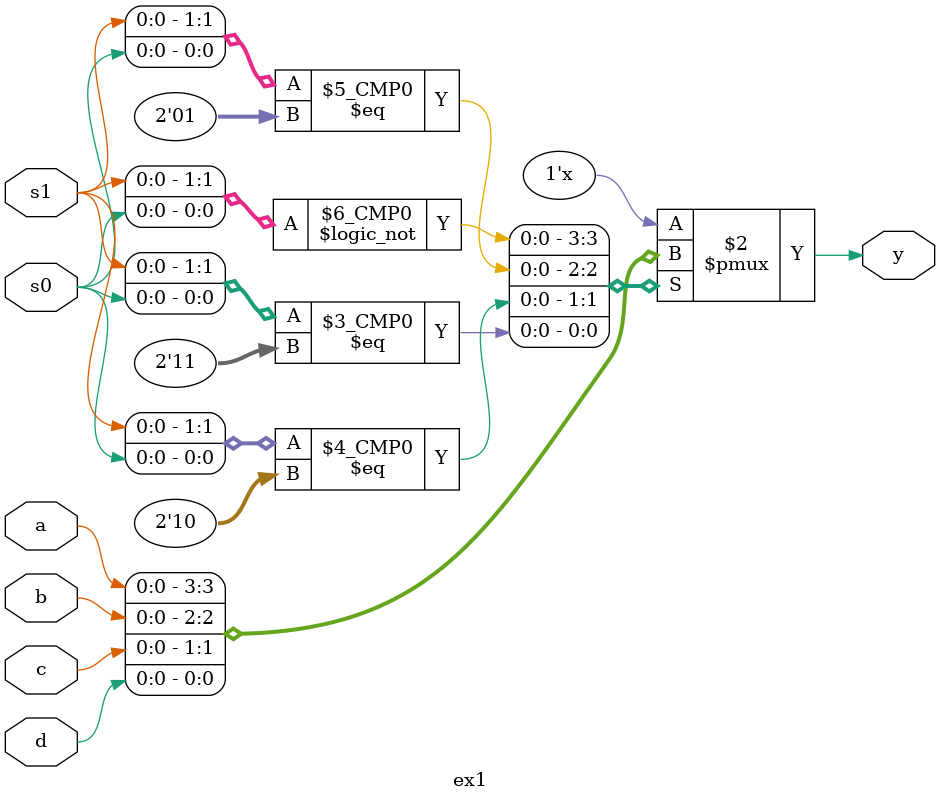
<source format=v>
module ex1(a,b,c,d,s0,s1,y);
	input a,b,c,d,s0,s1;
	output reg y;

    always @(a or b or c or d or s0 or s1)
        begin
            case({s1,s0})
                2'b00: y = a;
                2'b01: y = b;
                2'b10: y = c;
                2'b11: y = d;
                default: y = a;
            endcase
        end
endmodule       
</source>
